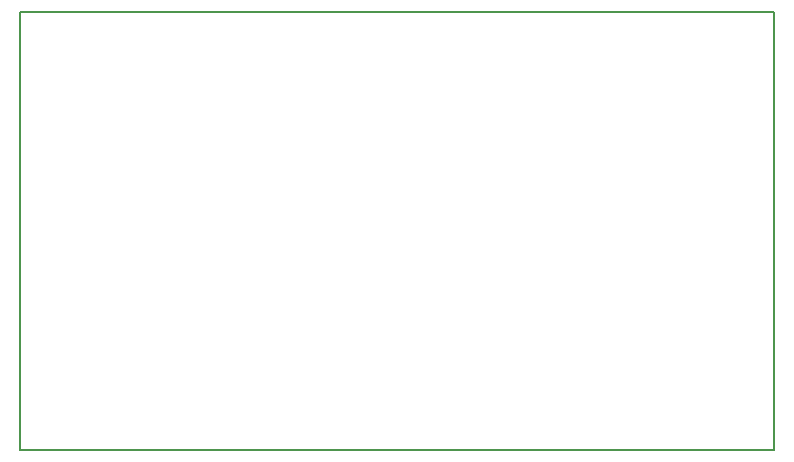
<source format=gm1>
G04 #@! TF.FileFunction,Profile,NP*
%FSLAX46Y46*%
G04 Gerber Fmt 4.6, Leading zero omitted, Abs format (unit mm)*
G04 Created by KiCad (PCBNEW 4.0.2-stable) date 7/3/2016 12:03:50 AM*
%MOMM*%
G01*
G04 APERTURE LIST*
%ADD10C,0.100000*%
%ADD11C,0.150000*%
G04 APERTURE END LIST*
D10*
D11*
X47722000Y-92321000D02*
X47722000Y-55237000D01*
X109698000Y-92321000D02*
X47722000Y-92321000D01*
X111603000Y-92321000D02*
X109698000Y-92321000D01*
X111603000Y-56126000D02*
X111603000Y-92321000D01*
X111603000Y-55237000D02*
X111603000Y-56126000D01*
X77694000Y-55237000D02*
X111603000Y-55237000D01*
X51532000Y-55237000D02*
X77694000Y-55237000D01*
X49500000Y-55237000D02*
X51532000Y-55237000D01*
X47722000Y-55237000D02*
X49500000Y-55237000D01*
M02*

</source>
